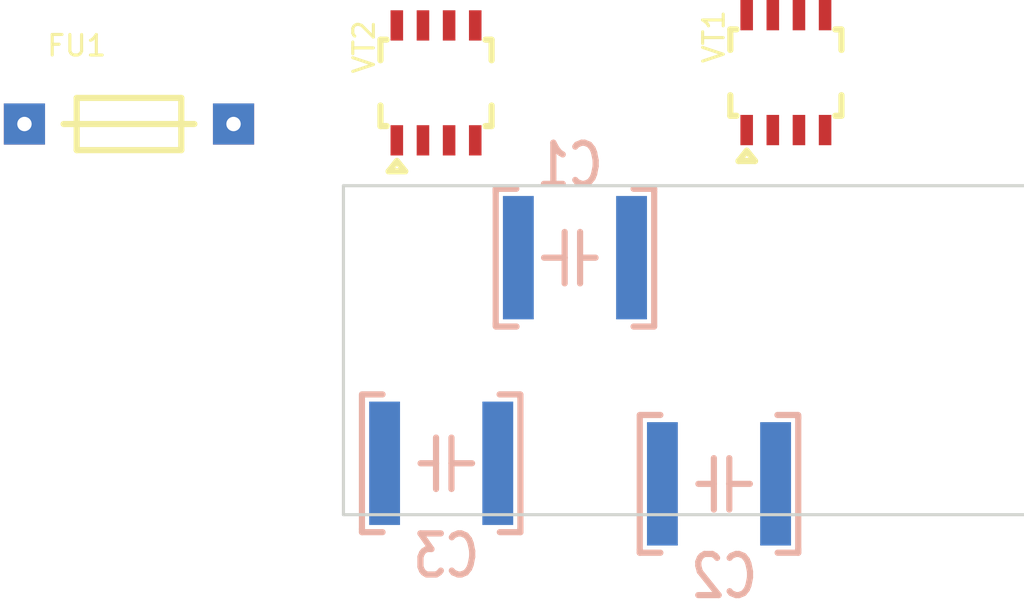
<source format=kicad_pcb>
(kicad_pcb (version 20171130) (host pcbnew "(5.0.0)")

  (general
    (thickness 1.6)
    (drawings 4)
    (tracks 0)
    (zones 0)
    (modules 6)
    (nets 7)
  )

  (page A4)
  (layers
    (0 F.Cu signal)
    (31 B.Cu signal)
    (32 B.Adhes user)
    (33 F.Adhes user)
    (34 B.Paste user)
    (35 F.Paste user)
    (36 B.SilkS user)
    (37 F.SilkS user)
    (38 B.Mask user)
    (39 F.Mask user)
    (40 Dwgs.User user)
    (41 Cmts.User user)
    (42 Eco1.User user)
    (43 Eco2.User user)
    (44 Edge.Cuts user hide)
    (45 Margin user)
    (46 B.CrtYd user)
    (47 F.CrtYd user)
    (48 B.Fab user)
    (49 F.Fab user)
  )

  (setup
    (last_trace_width 0.4)
    (trace_clearance 0.4)
    (zone_clearance 0.3)
    (zone_45_only no)
    (trace_min 0.2)
    (segment_width 0.2)
    (edge_width 0.15)
    (via_size 0.8)
    (via_drill 0.4)
    (via_min_size 0.4)
    (via_min_drill 0.3)
    (uvia_size 0.3)
    (uvia_drill 0.1)
    (uvias_allowed no)
    (uvia_min_size 0.2)
    (uvia_min_drill 0.1)
    (pcb_text_width 0.3)
    (pcb_text_size 1 1)
    (mod_edge_width 0.15)
    (mod_text_size 1 1)
    (mod_text_width 0.15)
    (pad_size 1.524 1.524)
    (pad_drill 0.762)
    (pad_to_mask_clearance 0.2)
    (aux_axis_origin 0 0)
    (visible_elements 7FFFFFFF)
    (pcbplotparams
      (layerselection 0x010fc_ffffffff)
      (usegerberextensions false)
      (usegerberattributes false)
      (usegerberadvancedattributes false)
      (creategerberjobfile false)
      (excludeedgelayer true)
      (linewidth 0.100000)
      (plotframeref false)
      (viasonmask false)
      (mode 1)
      (useauxorigin false)
      (hpglpennumber 1)
      (hpglpenspeed 20)
      (hpglpendiameter 15.000000)
      (psnegative false)
      (psa4output false)
      (plotreference true)
      (plotvalue true)
      (plotinvisibletext false)
      (padsonsilk false)
      (subtractmaskfromsilk false)
      (outputformat 1)
      (mirror false)
      (drillshape 1)
      (scaleselection 1)
      (outputdirectory ""))
  )

  (net 0 "")
  (net 1 "Net-(C1-Pad2)")
  (net 2 "Net-(C1-Pad1)")
  (net 3 "Net-(C2-Pad1)")
  (net 4 "Net-(C2-Pad2)")
  (net 5 "Net-(C3-Pad1)")
  (net 6 "Net-(FU1-Pad2)")

  (net_class Default "Это класс цепей по умолчанию."
    (clearance 0.4)
    (trace_width 0.4)
    (via_dia 0.8)
    (via_drill 0.4)
    (uvia_dia 0.3)
    (uvia_drill 0.1)
    (add_net "Net-(C1-Pad2)")
    (add_net "Net-(C2-Pad1)")
    (add_net "Net-(FU1-Pad2)")
  )

  (net_class СИЛА ""
    (clearance 0.4)
    (trace_width 2.4)
    (via_dia 0.8)
    (via_drill 0.4)
    (uvia_dia 0.3)
    (uvia_drill 0.1)
    (add_net "Net-(C1-Pad1)")
    (add_net "Net-(C2-Pad2)")
    (add_net "Net-(C3-Pad1)")
  )

  (module N_DD:SO-8 (layer F.Cu) (tedit 5C1D5BC7) (tstamp 5C237A4E)
    (at 158.5 69.5)
    (descr "SO-8 Surface Mount Small Outline 150mil 8pin Package")
    (tags "Power Integrations D Package")
    (path /5C239EE3)
    (fp_text reference VT1 (at -3.5 -1.75 90) (layer F.SilkS)
      (effects (font (size 1 1) (thickness 0.15)))
    )
    (fp_text value Транзистор_полевой_P-канал (at 0 0) (layer F.Fab)
      (effects (font (size 1 1) (thickness 0.15)))
    )
    (fp_line (start -1.5 4.3) (end -2.3 4.3) (layer F.SilkS) (width 0.3))
    (fp_line (start -1.9 3.8) (end -1.5 4.3) (layer F.SilkS) (width 0.3))
    (fp_line (start -1.9 3.8) (end -2.3 4.3) (layer F.SilkS) (width 0.3))
    (fp_line (start -2.7 2.1) (end -2.7 1.1) (layer F.SilkS) (width 0.3))
    (fp_line (start -2.4 2.1) (end -2.7 2.1) (layer F.SilkS) (width 0.3))
    (fp_line (start -2.7 -2.1) (end -2.7 -1.1) (layer F.SilkS) (width 0.3))
    (fp_line (start -2.4 -2.1) (end -2.7 -2.1) (layer F.SilkS) (width 0.3))
    (fp_line (start 2.7 -2.1) (end 2.7 -1.1) (layer F.SilkS) (width 0.3))
    (fp_line (start 2.4 -2.1) (end 2.7 -2.1) (layer F.SilkS) (width 0.3))
    (fp_line (start 2.7 2.1) (end 2.7 1.1) (layer F.SilkS) (width 0.3))
    (fp_line (start 2.4 2.1) (end 2.7 2.1) (layer F.SilkS) (width 0.3))
    (pad 8 smd rect (at -1.905 -2.794) (size 0.6096 1.4732) (layers F.Cu F.Paste F.Mask))
    (pad 7 smd rect (at -0.635 -2.794) (size 0.6096 1.4732) (layers F.Cu F.Paste F.Mask))
    (pad 6 smd rect (at 0.635 -2.794) (size 0.6096 1.4732) (layers F.Cu F.Paste F.Mask))
    (pad 5 smd rect (at 1.905 -2.794) (size 0.6096 1.4732) (layers F.Cu F.Paste F.Mask))
    (pad 4 smd rect (at 1.905 2.794) (size 0.6096 1.4732) (layers F.Cu F.Paste F.Mask))
    (pad 3 smd rect (at 0.635 2.794) (size 0.6096 1.4732) (layers F.Cu F.Paste F.Mask)
      (net 4 "Net-(C2-Pad2)"))
    (pad 2 smd rect (at -0.635 2.794) (size 0.6096 1.4732) (layers F.Cu F.Paste F.Mask)
      (net 5 "Net-(C3-Pad1)"))
    (pad 1 smd rect (at -1.905 2.794) (size 0.6096 1.4732) (layers F.Cu F.Paste F.Mask)
      (net 3 "Net-(C2-Pad1)"))
    (model ${N_3D}/SO-8.step
      (offset (xyz -1.9 -2.6 0))
      (scale (xyz 1 1 1))
      (rotate (xyz -90 0 -90))
    )
  )

  (module N_DD:SO-8 (layer F.Cu) (tedit 5C1D5BC7) (tstamp 5C237A5D)
    (at 141.5 70)
    (descr "SO-8 Surface Mount Small Outline 150mil 8pin Package")
    (tags "Power Integrations D Package")
    (path /5C236B1C)
    (fp_text reference VT2 (at -3.5 -1.75 90) (layer F.SilkS)
      (effects (font (size 1 1) (thickness 0.15)))
    )
    (fp_text value Транзистор_полевой_N-канал (at 0 0) (layer F.Fab)
      (effects (font (size 1 1) (thickness 0.15)))
    )
    (fp_line (start -1.5 4.3) (end -2.3 4.3) (layer F.SilkS) (width 0.3))
    (fp_line (start -1.9 3.8) (end -1.5 4.3) (layer F.SilkS) (width 0.3))
    (fp_line (start -1.9 3.8) (end -2.3 4.3) (layer F.SilkS) (width 0.3))
    (fp_line (start -2.7 2.1) (end -2.7 1.1) (layer F.SilkS) (width 0.3))
    (fp_line (start -2.4 2.1) (end -2.7 2.1) (layer F.SilkS) (width 0.3))
    (fp_line (start -2.7 -2.1) (end -2.7 -1.1) (layer F.SilkS) (width 0.3))
    (fp_line (start -2.4 -2.1) (end -2.7 -2.1) (layer F.SilkS) (width 0.3))
    (fp_line (start 2.7 -2.1) (end 2.7 -1.1) (layer F.SilkS) (width 0.3))
    (fp_line (start 2.4 -2.1) (end 2.7 -2.1) (layer F.SilkS) (width 0.3))
    (fp_line (start 2.7 2.1) (end 2.7 1.1) (layer F.SilkS) (width 0.3))
    (fp_line (start 2.4 2.1) (end 2.7 2.1) (layer F.SilkS) (width 0.3))
    (pad 8 smd rect (at -1.905 -2.794) (size 0.6096 1.4732) (layers F.Cu F.Paste F.Mask))
    (pad 7 smd rect (at -0.635 -2.794) (size 0.6096 1.4732) (layers F.Cu F.Paste F.Mask))
    (pad 6 smd rect (at 0.635 -2.794) (size 0.6096 1.4732) (layers F.Cu F.Paste F.Mask))
    (pad 5 smd rect (at 1.905 -2.794) (size 0.6096 1.4732) (layers F.Cu F.Paste F.Mask))
    (pad 4 smd rect (at 1.905 2.794) (size 0.6096 1.4732) (layers F.Cu F.Paste F.Mask))
    (pad 3 smd rect (at 0.635 2.794) (size 0.6096 1.4732) (layers F.Cu F.Paste F.Mask)
      (net 1 "Net-(C1-Pad2)"))
    (pad 2 smd rect (at -0.635 2.794) (size 0.6096 1.4732) (layers F.Cu F.Paste F.Mask)
      (net 4 "Net-(C2-Pad2)"))
    (pad 1 smd rect (at -1.905 2.794) (size 0.6096 1.4732) (layers F.Cu F.Paste F.Mask)
      (net 2 "Net-(C1-Pad1)"))
    (model ${N_3D}/SO-8.step
      (offset (xyz -1.9 -2.6 0))
      (scale (xyz 1 1 1))
      (rotate (xyz -90 0 -90))
    )
  )

  (module N_RLC:Конденсатор_SMD_2220 (layer B.Cu) (tedit 5C055B45) (tstamp 5C25D1BA)
    (at 151 78.5 180)
    (path /5C25CC91)
    (fp_text reference C1 (at 3 4.5 180) (layer B.SilkS)
      (effects (font (size 2 1.6) (thickness 0.3)) (justify mirror))
    )
    (fp_text value Конденсатор_керамический (at 0.25 -3.75 180) (layer B.Fab)
      (effects (font (size 2 1.6) (thickness 0.3)) (justify mirror))
    )
    (fp_line (start 6.6 3.35) (end 6.6 3.17) (layer B.SilkS) (width 0.3))
    (fp_line (start -1.1 3.35) (end -1.1 3.2) (layer B.SilkS) (width 0.3))
    (fp_line (start 6.6 -3.34) (end 6.6 -3.19) (layer B.SilkS) (width 0.3))
    (fp_line (start 6.59 -3.35) (end 5.59 -3.35) (layer B.SilkS) (width 0.3))
    (fp_line (start 6.6 3.35) (end 5.6 3.35) (layer B.SilkS) (width 0.3))
    (fp_line (start -1.1 -3.35) (end -0.1 -3.35) (layer B.SilkS) (width 0.3))
    (fp_line (start -1.1 3.35) (end -0.1 3.35) (layer B.SilkS) (width 0.3))
    (fp_line (start -1.1 3.2) (end -1.1 -3.3) (layer B.SilkS) (width 0.3))
    (fp_line (start 6.6 -3.25) (end 6.6 3.25) (layer B.SilkS) (width 0.3))
    (fp_line (start 2.5 0) (end 1.75 0) (layer B.SilkS) (width 0.3))
    (fp_line (start 3.25 0) (end 4.25 0) (layer B.SilkS) (width 0.3))
    (fp_line (start 2.5 0) (end 2.5 -1.25) (layer B.SilkS) (width 0.3))
    (fp_line (start 2.5 0) (end 2.5 1.25) (layer B.SilkS) (width 0.3))
    (fp_line (start 3.25 0) (end 3.25 -1.25) (layer B.SilkS) (width 0.3))
    (fp_line (start 3.25 0) (end 3.25 1.25) (layer B.SilkS) (width 0.3))
    (pad 1 smd rect (at 0 0 180) (size 1.5 6) (layers B.Cu B.Paste B.Mask)
      (net 2 "Net-(C1-Pad1)"))
    (pad 2 smd rect (at 5.5 0 180) (size 1.5 6) (layers B.Cu B.Paste B.Mask)
      (net 1 "Net-(C1-Pad2)"))
    (model ${N_3D}/Cap_2220.stp
      (offset (xyz 0 -2.5 5.4))
      (scale (xyz 1 1 1))
      (rotate (xyz 90 0 0))
    )
  )

  (module N_RLC:Конденсатор_SMD_2220 (layer B.Cu) (tedit 5C055B45) (tstamp 5C25D1CC)
    (at 152.5 89.5)
    (path /5C25D02F)
    (fp_text reference C2 (at 3 4.5) (layer B.SilkS)
      (effects (font (size 2 1.6) (thickness 0.3)) (justify mirror))
    )
    (fp_text value Конденсатор_керамический (at 0.25 -3.75) (layer B.Fab)
      (effects (font (size 2 1.6) (thickness 0.3)) (justify mirror))
    )
    (fp_line (start 6.6 3.35) (end 6.6 3.17) (layer B.SilkS) (width 0.3))
    (fp_line (start -1.1 3.35) (end -1.1 3.2) (layer B.SilkS) (width 0.3))
    (fp_line (start 6.6 -3.34) (end 6.6 -3.19) (layer B.SilkS) (width 0.3))
    (fp_line (start 6.59 -3.35) (end 5.59 -3.35) (layer B.SilkS) (width 0.3))
    (fp_line (start 6.6 3.35) (end 5.6 3.35) (layer B.SilkS) (width 0.3))
    (fp_line (start -1.1 -3.35) (end -0.1 -3.35) (layer B.SilkS) (width 0.3))
    (fp_line (start -1.1 3.35) (end -0.1 3.35) (layer B.SilkS) (width 0.3))
    (fp_line (start -1.1 3.2) (end -1.1 -3.3) (layer B.SilkS) (width 0.3))
    (fp_line (start 6.6 -3.25) (end 6.6 3.25) (layer B.SilkS) (width 0.3))
    (fp_line (start 2.5 0) (end 1.75 0) (layer B.SilkS) (width 0.3))
    (fp_line (start 3.25 0) (end 4.25 0) (layer B.SilkS) (width 0.3))
    (fp_line (start 2.5 0) (end 2.5 -1.25) (layer B.SilkS) (width 0.3))
    (fp_line (start 2.5 0) (end 2.5 1.25) (layer B.SilkS) (width 0.3))
    (fp_line (start 3.25 0) (end 3.25 -1.25) (layer B.SilkS) (width 0.3))
    (fp_line (start 3.25 0) (end 3.25 1.25) (layer B.SilkS) (width 0.3))
    (pad 1 smd rect (at 0 0) (size 1.5 6) (layers B.Cu B.Paste B.Mask)
      (net 3 "Net-(C2-Pad1)"))
    (pad 2 smd rect (at 5.5 0) (size 1.5 6) (layers B.Cu B.Paste B.Mask)
      (net 4 "Net-(C2-Pad2)"))
    (model ${N_3D}/Cap_2220.stp
      (offset (xyz 0 -2.5 5.4))
      (scale (xyz 1 1 1))
      (rotate (xyz 90 0 0))
    )
  )

  (module N_RLC:Конденсатор_SMD_2220 (layer B.Cu) (tedit 5C055B45) (tstamp 5C25D1DE)
    (at 139 88.5)
    (path /5C25C9F8)
    (fp_text reference C3 (at 3 4.5) (layer B.SilkS)
      (effects (font (size 2 1.6) (thickness 0.3)) (justify mirror))
    )
    (fp_text value Конденсатор_керамический (at 0.25 -3.75) (layer B.Fab)
      (effects (font (size 2 1.6) (thickness 0.3)) (justify mirror))
    )
    (fp_line (start 6.6 3.35) (end 6.6 3.17) (layer B.SilkS) (width 0.3))
    (fp_line (start -1.1 3.35) (end -1.1 3.2) (layer B.SilkS) (width 0.3))
    (fp_line (start 6.6 -3.34) (end 6.6 -3.19) (layer B.SilkS) (width 0.3))
    (fp_line (start 6.59 -3.35) (end 5.59 -3.35) (layer B.SilkS) (width 0.3))
    (fp_line (start 6.6 3.35) (end 5.6 3.35) (layer B.SilkS) (width 0.3))
    (fp_line (start -1.1 -3.35) (end -0.1 -3.35) (layer B.SilkS) (width 0.3))
    (fp_line (start -1.1 3.35) (end -0.1 3.35) (layer B.SilkS) (width 0.3))
    (fp_line (start -1.1 3.2) (end -1.1 -3.3) (layer B.SilkS) (width 0.3))
    (fp_line (start 6.6 -3.25) (end 6.6 3.25) (layer B.SilkS) (width 0.3))
    (fp_line (start 2.5 0) (end 1.75 0) (layer B.SilkS) (width 0.3))
    (fp_line (start 3.25 0) (end 4.25 0) (layer B.SilkS) (width 0.3))
    (fp_line (start 2.5 0) (end 2.5 -1.25) (layer B.SilkS) (width 0.3))
    (fp_line (start 2.5 0) (end 2.5 1.25) (layer B.SilkS) (width 0.3))
    (fp_line (start 3.25 0) (end 3.25 -1.25) (layer B.SilkS) (width 0.3))
    (fp_line (start 3.25 0) (end 3.25 1.25) (layer B.SilkS) (width 0.3))
    (pad 1 smd rect (at 0 0) (size 1.5 6) (layers B.Cu B.Paste B.Mask)
      (net 5 "Net-(C3-Pad1)"))
    (pad 2 smd rect (at 5.5 0) (size 1.5 6) (layers B.Cu B.Paste B.Mask)
      (net 1 "Net-(C1-Pad2)"))
    (model ${N_3D}/Cap_2220.stp
      (offset (xyz 0 -2.5 5.4))
      (scale (xyz 1 1 1))
      (rotate (xyz 90 0 0))
    )
  )

  (module N_RLC:Предохранитель_R700 (layer F.Cu) (tedit 5B98E4B4) (tstamp 5C261062)
    (at 121.5 72)
    (path /5C26F005)
    (fp_text reference FU1 (at 2.54 -3.81) (layer F.SilkS)
      (effects (font (size 1 1) (thickness 0.15)))
    )
    (fp_text value Предохранитель (at 5.08 2.54) (layer F.Fab)
      (effects (font (size 1 1) (thickness 0.15)))
    )
    (fp_line (start 1.905 0) (end 8.255 0) (layer F.SilkS) (width 0.3))
    (fp_line (start 7.62 -1.27) (end 2.54 -1.27) (layer F.SilkS) (width 0.3))
    (fp_line (start 7.62 1.27) (end 7.62 -1.27) (layer F.SilkS) (width 0.3))
    (fp_line (start 2.54 1.27) (end 7.62 1.27) (layer F.SilkS) (width 0.3))
    (fp_line (start 2.54 -1.27) (end 2.54 1.27) (layer F.SilkS) (width 0.3))
    (pad 2 thru_hole rect (at 10.16 0) (size 2 2) (drill 0.7) (layers *.Cu *.Mask)
      (net 6 "Net-(FU1-Pad2)"))
    (pad 1 thru_hole rect (at 0 0) (size 2 2) (drill 0.7) (layers *.Cu *.Mask)
      (net 4 "Net-(C2-Pad2)"))
  )

  (gr_line (start 137 75) (end 137 91) (layer Edge.Cuts) (width 0.15))
  (gr_line (start 172 75) (end 137 75) (layer Edge.Cuts) (width 0.15))
  (gr_line (start 172 91) (end 172 75) (layer Edge.Cuts) (width 0.15))
  (gr_line (start 137 91) (end 172 91) (layer Edge.Cuts) (width 0.15))

)

</source>
